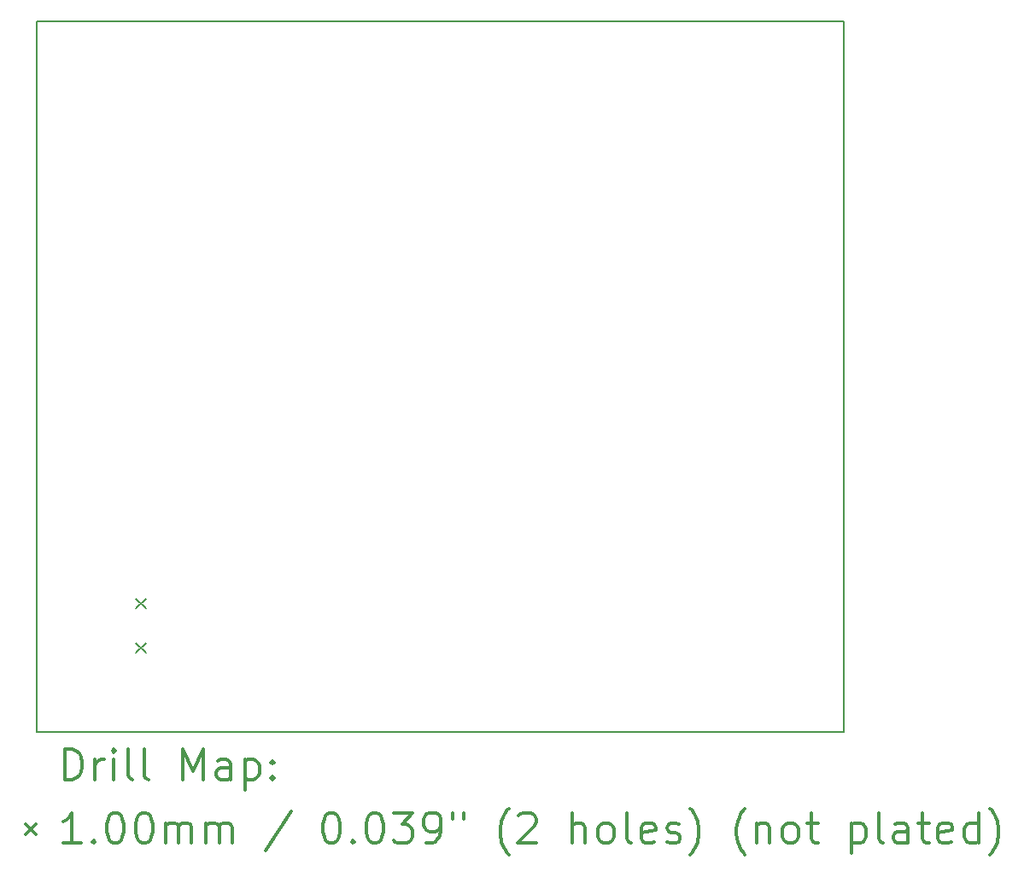
<source format=gbr>
%FSLAX45Y45*%
G04 Gerber Fmt 4.5, Leading zero omitted, Abs format (unit mm)*
G04 Created by KiCad (PCBNEW (5.0.2)-1) date 14/02/2019 14:33:43*
%MOMM*%
%LPD*%
G01*
G04 APERTURE LIST*
%ADD10C,0.150000*%
%ADD11C,0.200000*%
%ADD12C,0.300000*%
G04 APERTURE END LIST*
D10*
X7150000Y-6850000D02*
X15150000Y-6850000D01*
X7150000Y-13900000D02*
X7150000Y-6850000D01*
X15150000Y-13900000D02*
X7150000Y-13900000D01*
X15150000Y-6850000D02*
X15150000Y-13900000D01*
D11*
X8135661Y-12576704D02*
X8235661Y-12676704D01*
X8235661Y-12576704D02*
X8135661Y-12676704D01*
X8135661Y-13016704D02*
X8235661Y-13116704D01*
X8235661Y-13016704D02*
X8135661Y-13116704D01*
D12*
X7428928Y-14373214D02*
X7428928Y-14073214D01*
X7500357Y-14073214D01*
X7543214Y-14087500D01*
X7571786Y-14116071D01*
X7586071Y-14144643D01*
X7600357Y-14201786D01*
X7600357Y-14244643D01*
X7586071Y-14301786D01*
X7571786Y-14330357D01*
X7543214Y-14358929D01*
X7500357Y-14373214D01*
X7428928Y-14373214D01*
X7728928Y-14373214D02*
X7728928Y-14173214D01*
X7728928Y-14230357D02*
X7743214Y-14201786D01*
X7757500Y-14187500D01*
X7786071Y-14173214D01*
X7814643Y-14173214D01*
X7914643Y-14373214D02*
X7914643Y-14173214D01*
X7914643Y-14073214D02*
X7900357Y-14087500D01*
X7914643Y-14101786D01*
X7928928Y-14087500D01*
X7914643Y-14073214D01*
X7914643Y-14101786D01*
X8100357Y-14373214D02*
X8071786Y-14358929D01*
X8057500Y-14330357D01*
X8057500Y-14073214D01*
X8257500Y-14373214D02*
X8228928Y-14358929D01*
X8214643Y-14330357D01*
X8214643Y-14073214D01*
X8600357Y-14373214D02*
X8600357Y-14073214D01*
X8700357Y-14287500D01*
X8800357Y-14073214D01*
X8800357Y-14373214D01*
X9071786Y-14373214D02*
X9071786Y-14216071D01*
X9057500Y-14187500D01*
X9028928Y-14173214D01*
X8971786Y-14173214D01*
X8943214Y-14187500D01*
X9071786Y-14358929D02*
X9043214Y-14373214D01*
X8971786Y-14373214D01*
X8943214Y-14358929D01*
X8928928Y-14330357D01*
X8928928Y-14301786D01*
X8943214Y-14273214D01*
X8971786Y-14258929D01*
X9043214Y-14258929D01*
X9071786Y-14244643D01*
X9214643Y-14173214D02*
X9214643Y-14473214D01*
X9214643Y-14187500D02*
X9243214Y-14173214D01*
X9300357Y-14173214D01*
X9328928Y-14187500D01*
X9343214Y-14201786D01*
X9357500Y-14230357D01*
X9357500Y-14316071D01*
X9343214Y-14344643D01*
X9328928Y-14358929D01*
X9300357Y-14373214D01*
X9243214Y-14373214D01*
X9214643Y-14358929D01*
X9486071Y-14344643D02*
X9500357Y-14358929D01*
X9486071Y-14373214D01*
X9471786Y-14358929D01*
X9486071Y-14344643D01*
X9486071Y-14373214D01*
X9486071Y-14187500D02*
X9500357Y-14201786D01*
X9486071Y-14216071D01*
X9471786Y-14201786D01*
X9486071Y-14187500D01*
X9486071Y-14216071D01*
X7042500Y-14817500D02*
X7142500Y-14917500D01*
X7142500Y-14817500D02*
X7042500Y-14917500D01*
X7586071Y-15003214D02*
X7414643Y-15003214D01*
X7500357Y-15003214D02*
X7500357Y-14703214D01*
X7471786Y-14746071D01*
X7443214Y-14774643D01*
X7414643Y-14788929D01*
X7714643Y-14974643D02*
X7728928Y-14988929D01*
X7714643Y-15003214D01*
X7700357Y-14988929D01*
X7714643Y-14974643D01*
X7714643Y-15003214D01*
X7914643Y-14703214D02*
X7943214Y-14703214D01*
X7971786Y-14717500D01*
X7986071Y-14731786D01*
X8000357Y-14760357D01*
X8014643Y-14817500D01*
X8014643Y-14888929D01*
X8000357Y-14946071D01*
X7986071Y-14974643D01*
X7971786Y-14988929D01*
X7943214Y-15003214D01*
X7914643Y-15003214D01*
X7886071Y-14988929D01*
X7871786Y-14974643D01*
X7857500Y-14946071D01*
X7843214Y-14888929D01*
X7843214Y-14817500D01*
X7857500Y-14760357D01*
X7871786Y-14731786D01*
X7886071Y-14717500D01*
X7914643Y-14703214D01*
X8200357Y-14703214D02*
X8228928Y-14703214D01*
X8257500Y-14717500D01*
X8271786Y-14731786D01*
X8286071Y-14760357D01*
X8300357Y-14817500D01*
X8300357Y-14888929D01*
X8286071Y-14946071D01*
X8271786Y-14974643D01*
X8257500Y-14988929D01*
X8228928Y-15003214D01*
X8200357Y-15003214D01*
X8171786Y-14988929D01*
X8157500Y-14974643D01*
X8143214Y-14946071D01*
X8128928Y-14888929D01*
X8128928Y-14817500D01*
X8143214Y-14760357D01*
X8157500Y-14731786D01*
X8171786Y-14717500D01*
X8200357Y-14703214D01*
X8428928Y-15003214D02*
X8428928Y-14803214D01*
X8428928Y-14831786D02*
X8443214Y-14817500D01*
X8471786Y-14803214D01*
X8514643Y-14803214D01*
X8543214Y-14817500D01*
X8557500Y-14846071D01*
X8557500Y-15003214D01*
X8557500Y-14846071D02*
X8571786Y-14817500D01*
X8600357Y-14803214D01*
X8643214Y-14803214D01*
X8671786Y-14817500D01*
X8686071Y-14846071D01*
X8686071Y-15003214D01*
X8828928Y-15003214D02*
X8828928Y-14803214D01*
X8828928Y-14831786D02*
X8843214Y-14817500D01*
X8871786Y-14803214D01*
X8914643Y-14803214D01*
X8943214Y-14817500D01*
X8957500Y-14846071D01*
X8957500Y-15003214D01*
X8957500Y-14846071D02*
X8971786Y-14817500D01*
X9000357Y-14803214D01*
X9043214Y-14803214D01*
X9071786Y-14817500D01*
X9086071Y-14846071D01*
X9086071Y-15003214D01*
X9671786Y-14688929D02*
X9414643Y-15074643D01*
X10057500Y-14703214D02*
X10086071Y-14703214D01*
X10114643Y-14717500D01*
X10128928Y-14731786D01*
X10143214Y-14760357D01*
X10157500Y-14817500D01*
X10157500Y-14888929D01*
X10143214Y-14946071D01*
X10128928Y-14974643D01*
X10114643Y-14988929D01*
X10086071Y-15003214D01*
X10057500Y-15003214D01*
X10028928Y-14988929D01*
X10014643Y-14974643D01*
X10000357Y-14946071D01*
X9986071Y-14888929D01*
X9986071Y-14817500D01*
X10000357Y-14760357D01*
X10014643Y-14731786D01*
X10028928Y-14717500D01*
X10057500Y-14703214D01*
X10286071Y-14974643D02*
X10300357Y-14988929D01*
X10286071Y-15003214D01*
X10271786Y-14988929D01*
X10286071Y-14974643D01*
X10286071Y-15003214D01*
X10486071Y-14703214D02*
X10514643Y-14703214D01*
X10543214Y-14717500D01*
X10557500Y-14731786D01*
X10571786Y-14760357D01*
X10586071Y-14817500D01*
X10586071Y-14888929D01*
X10571786Y-14946071D01*
X10557500Y-14974643D01*
X10543214Y-14988929D01*
X10514643Y-15003214D01*
X10486071Y-15003214D01*
X10457500Y-14988929D01*
X10443214Y-14974643D01*
X10428928Y-14946071D01*
X10414643Y-14888929D01*
X10414643Y-14817500D01*
X10428928Y-14760357D01*
X10443214Y-14731786D01*
X10457500Y-14717500D01*
X10486071Y-14703214D01*
X10686071Y-14703214D02*
X10871786Y-14703214D01*
X10771786Y-14817500D01*
X10814643Y-14817500D01*
X10843214Y-14831786D01*
X10857500Y-14846071D01*
X10871786Y-14874643D01*
X10871786Y-14946071D01*
X10857500Y-14974643D01*
X10843214Y-14988929D01*
X10814643Y-15003214D01*
X10728928Y-15003214D01*
X10700357Y-14988929D01*
X10686071Y-14974643D01*
X11014643Y-15003214D02*
X11071786Y-15003214D01*
X11100357Y-14988929D01*
X11114643Y-14974643D01*
X11143214Y-14931786D01*
X11157500Y-14874643D01*
X11157500Y-14760357D01*
X11143214Y-14731786D01*
X11128928Y-14717500D01*
X11100357Y-14703214D01*
X11043214Y-14703214D01*
X11014643Y-14717500D01*
X11000357Y-14731786D01*
X10986071Y-14760357D01*
X10986071Y-14831786D01*
X11000357Y-14860357D01*
X11014643Y-14874643D01*
X11043214Y-14888929D01*
X11100357Y-14888929D01*
X11128928Y-14874643D01*
X11143214Y-14860357D01*
X11157500Y-14831786D01*
X11271786Y-14703214D02*
X11271786Y-14760357D01*
X11386071Y-14703214D02*
X11386071Y-14760357D01*
X11828928Y-15117500D02*
X11814643Y-15103214D01*
X11786071Y-15060357D01*
X11771786Y-15031786D01*
X11757500Y-14988929D01*
X11743214Y-14917500D01*
X11743214Y-14860357D01*
X11757500Y-14788929D01*
X11771786Y-14746071D01*
X11786071Y-14717500D01*
X11814643Y-14674643D01*
X11828928Y-14660357D01*
X11928928Y-14731786D02*
X11943214Y-14717500D01*
X11971786Y-14703214D01*
X12043214Y-14703214D01*
X12071786Y-14717500D01*
X12086071Y-14731786D01*
X12100357Y-14760357D01*
X12100357Y-14788929D01*
X12086071Y-14831786D01*
X11914643Y-15003214D01*
X12100357Y-15003214D01*
X12457500Y-15003214D02*
X12457500Y-14703214D01*
X12586071Y-15003214D02*
X12586071Y-14846071D01*
X12571786Y-14817500D01*
X12543214Y-14803214D01*
X12500357Y-14803214D01*
X12471786Y-14817500D01*
X12457500Y-14831786D01*
X12771786Y-15003214D02*
X12743214Y-14988929D01*
X12728928Y-14974643D01*
X12714643Y-14946071D01*
X12714643Y-14860357D01*
X12728928Y-14831786D01*
X12743214Y-14817500D01*
X12771786Y-14803214D01*
X12814643Y-14803214D01*
X12843214Y-14817500D01*
X12857500Y-14831786D01*
X12871786Y-14860357D01*
X12871786Y-14946071D01*
X12857500Y-14974643D01*
X12843214Y-14988929D01*
X12814643Y-15003214D01*
X12771786Y-15003214D01*
X13043214Y-15003214D02*
X13014643Y-14988929D01*
X13000357Y-14960357D01*
X13000357Y-14703214D01*
X13271786Y-14988929D02*
X13243214Y-15003214D01*
X13186071Y-15003214D01*
X13157500Y-14988929D01*
X13143214Y-14960357D01*
X13143214Y-14846071D01*
X13157500Y-14817500D01*
X13186071Y-14803214D01*
X13243214Y-14803214D01*
X13271786Y-14817500D01*
X13286071Y-14846071D01*
X13286071Y-14874643D01*
X13143214Y-14903214D01*
X13400357Y-14988929D02*
X13428928Y-15003214D01*
X13486071Y-15003214D01*
X13514643Y-14988929D01*
X13528928Y-14960357D01*
X13528928Y-14946071D01*
X13514643Y-14917500D01*
X13486071Y-14903214D01*
X13443214Y-14903214D01*
X13414643Y-14888929D01*
X13400357Y-14860357D01*
X13400357Y-14846071D01*
X13414643Y-14817500D01*
X13443214Y-14803214D01*
X13486071Y-14803214D01*
X13514643Y-14817500D01*
X13628928Y-15117500D02*
X13643214Y-15103214D01*
X13671786Y-15060357D01*
X13686071Y-15031786D01*
X13700357Y-14988929D01*
X13714643Y-14917500D01*
X13714643Y-14860357D01*
X13700357Y-14788929D01*
X13686071Y-14746071D01*
X13671786Y-14717500D01*
X13643214Y-14674643D01*
X13628928Y-14660357D01*
X14171786Y-15117500D02*
X14157500Y-15103214D01*
X14128928Y-15060357D01*
X14114643Y-15031786D01*
X14100357Y-14988929D01*
X14086071Y-14917500D01*
X14086071Y-14860357D01*
X14100357Y-14788929D01*
X14114643Y-14746071D01*
X14128928Y-14717500D01*
X14157500Y-14674643D01*
X14171786Y-14660357D01*
X14286071Y-14803214D02*
X14286071Y-15003214D01*
X14286071Y-14831786D02*
X14300357Y-14817500D01*
X14328928Y-14803214D01*
X14371786Y-14803214D01*
X14400357Y-14817500D01*
X14414643Y-14846071D01*
X14414643Y-15003214D01*
X14600357Y-15003214D02*
X14571786Y-14988929D01*
X14557500Y-14974643D01*
X14543214Y-14946071D01*
X14543214Y-14860357D01*
X14557500Y-14831786D01*
X14571786Y-14817500D01*
X14600357Y-14803214D01*
X14643214Y-14803214D01*
X14671786Y-14817500D01*
X14686071Y-14831786D01*
X14700357Y-14860357D01*
X14700357Y-14946071D01*
X14686071Y-14974643D01*
X14671786Y-14988929D01*
X14643214Y-15003214D01*
X14600357Y-15003214D01*
X14786071Y-14803214D02*
X14900357Y-14803214D01*
X14828928Y-14703214D02*
X14828928Y-14960357D01*
X14843214Y-14988929D01*
X14871786Y-15003214D01*
X14900357Y-15003214D01*
X15228928Y-14803214D02*
X15228928Y-15103214D01*
X15228928Y-14817500D02*
X15257500Y-14803214D01*
X15314643Y-14803214D01*
X15343214Y-14817500D01*
X15357500Y-14831786D01*
X15371786Y-14860357D01*
X15371786Y-14946071D01*
X15357500Y-14974643D01*
X15343214Y-14988929D01*
X15314643Y-15003214D01*
X15257500Y-15003214D01*
X15228928Y-14988929D01*
X15543214Y-15003214D02*
X15514643Y-14988929D01*
X15500357Y-14960357D01*
X15500357Y-14703214D01*
X15786071Y-15003214D02*
X15786071Y-14846071D01*
X15771786Y-14817500D01*
X15743214Y-14803214D01*
X15686071Y-14803214D01*
X15657500Y-14817500D01*
X15786071Y-14988929D02*
X15757500Y-15003214D01*
X15686071Y-15003214D01*
X15657500Y-14988929D01*
X15643214Y-14960357D01*
X15643214Y-14931786D01*
X15657500Y-14903214D01*
X15686071Y-14888929D01*
X15757500Y-14888929D01*
X15786071Y-14874643D01*
X15886071Y-14803214D02*
X16000357Y-14803214D01*
X15928928Y-14703214D02*
X15928928Y-14960357D01*
X15943214Y-14988929D01*
X15971786Y-15003214D01*
X16000357Y-15003214D01*
X16214643Y-14988929D02*
X16186071Y-15003214D01*
X16128928Y-15003214D01*
X16100357Y-14988929D01*
X16086071Y-14960357D01*
X16086071Y-14846071D01*
X16100357Y-14817500D01*
X16128928Y-14803214D01*
X16186071Y-14803214D01*
X16214643Y-14817500D01*
X16228928Y-14846071D01*
X16228928Y-14874643D01*
X16086071Y-14903214D01*
X16486071Y-15003214D02*
X16486071Y-14703214D01*
X16486071Y-14988929D02*
X16457500Y-15003214D01*
X16400357Y-15003214D01*
X16371786Y-14988929D01*
X16357500Y-14974643D01*
X16343214Y-14946071D01*
X16343214Y-14860357D01*
X16357500Y-14831786D01*
X16371786Y-14817500D01*
X16400357Y-14803214D01*
X16457500Y-14803214D01*
X16486071Y-14817500D01*
X16600357Y-15117500D02*
X16614643Y-15103214D01*
X16643214Y-15060357D01*
X16657500Y-15031786D01*
X16671786Y-14988929D01*
X16686071Y-14917500D01*
X16686071Y-14860357D01*
X16671786Y-14788929D01*
X16657500Y-14746071D01*
X16643214Y-14717500D01*
X16614643Y-14674643D01*
X16600357Y-14660357D01*
M02*

</source>
